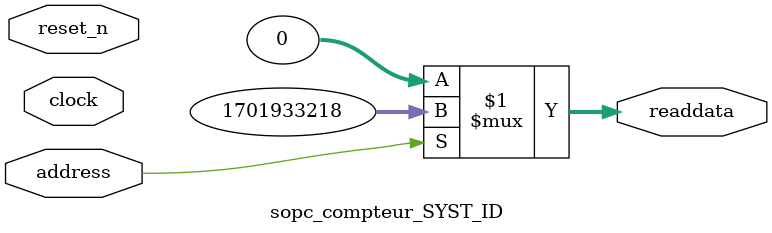
<source format=v>



// synthesis translate_off
`timescale 1ns / 1ps
// synthesis translate_on

// turn off superfluous verilog processor warnings 
// altera message_level Level1 
// altera message_off 10034 10035 10036 10037 10230 10240 10030 

module sopc_compteur_SYST_ID (
               // inputs:
                address,
                clock,
                reset_n,

               // outputs:
                readdata
             )
;

  output  [ 31: 0] readdata;
  input            address;
  input            clock;
  input            reset_n;

  wire    [ 31: 0] readdata;
  //control_slave, which is an e_avalon_slave
  assign readdata = address ? 1701933218 : 0;

endmodule



</source>
